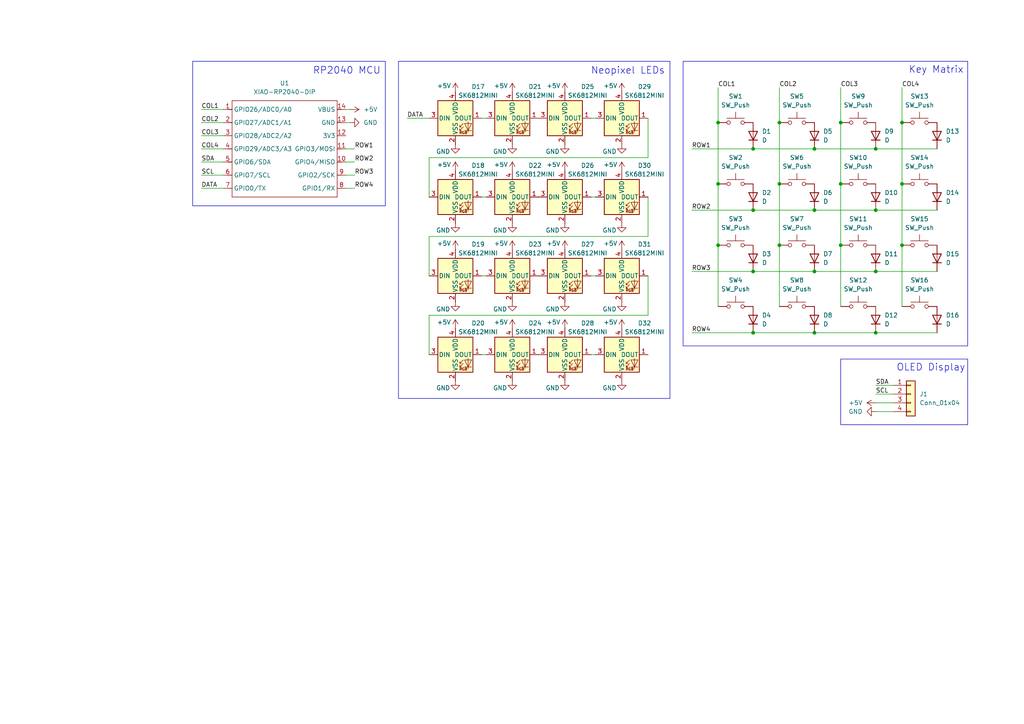
<source format=kicad_sch>
(kicad_sch (version 20231120) (generator "eeschema") (generator_version "8.0")
  (paper "A4")
  (title_block (title "colon3pad") (rev "v1.0"))
  (lib_symbols
    (symbol "Connector_Generic:Conn_01x04" (pin_names (offset 1.016) hide)
      (property "Reference" "J" (at 0 5.08 0))
      (property "Value" "Conn_01x04" (at 0 -7.62 0))
      (symbol "Conn_01x04_1_1"
        (rectangle (start -1.27 -4.953) (end 0 -5.207) (stroke (width 0.1524)))
        (rectangle (start -1.27 -2.413) (end 0 -2.667) (stroke (width 0.1524)))
        (rectangle (start -1.27 0.127) (end 0 -0.127) (stroke (width 0.1524)))
        (rectangle (start -1.27 2.667) (end 0 2.413) (stroke (width 0.1524)))
        (rectangle (start -1.27 3.81) (end 1.27 -6.35) (stroke (width 0.254)) (fill (type background)))
        (pin passive line (at -5.08 2.54 0) (length 3.81) (name "Pin_1") (number "1"))
        (pin passive line (at -5.08 0 0) (length 3.81) (name "Pin_2") (number "2"))
        (pin passive line (at -5.08 -2.54 0) (length 3.81) (name "Pin_3") (number "3"))
        (pin passive line (at -5.08 -5.08 0) (length 3.81) (name "Pin_4") (number "4"))
      )
    )
    (symbol "Diode:1N4148" (pin_numbers hide) (pin_names hide)
      (property "Reference" "D" (at 0 2.54 0))
      (property "Value" "1N4148" (at 0 -2.54 0))
      (symbol "1N4148_0_1"
        (polyline (pts (xy -1.27 1.27) (xy -1.27 -1.27)) (stroke (width 0.254)))
        (polyline (pts (xy 1.27 0) (xy -1.27 0)))
        (polyline (pts (xy 1.27 1.27) (xy 1.27 -1.27) (xy -1.27 0) (xy 1.27 1.27)) (stroke (width 0.254)))
      )
      (symbol "1N4148_1_1"
        (pin passive line (at -3.81 0 0) (length 2.54) (name "K") (number "1"))
        (pin passive line (at 3.81 0 180) (length 2.54) (name "A") (number "2"))
      )
    )
    (symbol "LED:SK6812MINI" (pin_names (offset 0.254))
      (property "Reference" "D" (at 5.08 5.715 0))
      (property "Value" "SK6812MINI" (at 1.27 -5.715 0))
      (symbol "SK6812MINI_0_0"
        (text "RGB" (at 2.286 -4.191 0) (effects (font (size 0.762 0.762))))
      )
      (symbol "SK6812MINI_0_1"
        (polyline (pts (xy 1.27 -3.556) (xy 1.778 -3.556)))
        (polyline (pts (xy 1.27 -2.54) (xy 1.778 -2.54)))
        (polyline (pts (xy 4.699 -3.556) (xy 2.667 -3.556)))
        (polyline (pts (xy 2.286 -2.54) (xy 1.27 -3.556) (xy 1.27 -3.048)))
        (polyline (pts (xy 2.286 -1.524) (xy 1.27 -2.54) (xy 1.27 -2.032)))
        (polyline (pts (xy 3.683 -1.016) (xy 3.683 -3.556) (xy 3.683 -4.064)))
        (polyline (pts (xy 4.699 -1.524) (xy 2.667 -1.524) (xy 3.683 -3.556) (xy 4.699 -1.524)))
        (rectangle (start 5.08 5.08) (end -5.08 -5.08) (stroke (width 0.254)) (fill (type background)))
      )
      (symbol "SK6812MINI_1_1"
        (pin output line (at 7.62 0 180) (length 2.54) (name "DOUT") (number "1"))
        (pin power_in line (at 0 -7.62 90) (length 2.54) (name "VSS") (number "2"))
        (pin input line (at -7.62 0 0) (length 2.54) (name "DIN") (number "3"))
        (pin power_in line (at 0 7.62 270) (length 2.54) (name "VDD") (number "4"))
      )
    )
    (symbol "OPL:XIAO-RP2040-DIP"
      (property "Reference" "U" (at 0 0 0))
      (property "Value" "XIAO-RP2040-DIP" (at 5.334 -1.778 0))
      (symbol "XIAO-RP2040-DIP_1_0"
        (polyline (pts (xy -1.27 -30.48) (xy -1.27 -16.51)) (stroke (width 0.1524)))
        (polyline (pts (xy -1.27 -27.94) (xy -2.54 -27.94)) (stroke (width 0.1524)))
        (polyline (pts (xy -1.27 -24.13) (xy -2.54 -24.13)) (stroke (width 0.1524)))
        (polyline (pts (xy -1.27 -20.32) (xy -2.54 -20.32)) (stroke (width 0.1524)))
        (polyline (pts (xy -1.27 -16.51) (xy -2.54 -16.51)) (stroke (width 0.1524)))
        (polyline (pts (xy -1.27 -16.51) (xy -1.27 -12.7)) (stroke (width 0.1524)))
        (polyline (pts (xy -1.27 -12.7) (xy -2.54 -12.7)) (stroke (width 0.1524)))
        (polyline (pts (xy -1.27 -12.7) (xy -1.27 -8.89)) (stroke (width 0.1524)))
        (polyline (pts (xy -1.27 -8.89) (xy -2.54 -8.89)) (stroke (width 0.1524)))
        (polyline (pts (xy -1.27 -8.89) (xy -1.27 -5.08)) (stroke (width 0.1524)))
        (polyline (pts (xy -1.27 -5.08) (xy -2.54 -5.08)) (stroke (width 0.1524)))
        (polyline (pts (xy -1.27 -5.08) (xy -1.27 -2.54)) (stroke (width 0.1524)))
        (polyline (pts (xy -1.27 -2.54) (xy 29.21 -2.54)) (stroke (width 0.1524)))
        (polyline (pts (xy 29.21 -30.48) (xy -1.27 -30.48)) (stroke (width 0.1524)))
        (polyline (pts (xy 29.21 -12.7) (xy 29.21 -30.48)) (stroke (width 0.1524)))
        (polyline (pts (xy 29.21 -8.89) (xy 29.21 -12.7)) (stroke (width 0.1524)))
        (polyline (pts (xy 29.21 -5.08) (xy 29.21 -8.89)) (stroke (width 0.1524)))
        (polyline (pts (xy 29.21 -2.54) (xy 29.21 -5.08)) (stroke (width 0.1524)))
        (polyline (pts (xy 30.48 -27.94) (xy 29.21 -27.94)) (stroke (width 0.1524)))
        (polyline (pts (xy 30.48 -24.13) (xy 29.21 -24.13)) (stroke (width 0.1524)))
        (polyline (pts (xy 30.48 -20.32) (xy 29.21 -20.32)) (stroke (width 0.1524)))
        (polyline (pts (xy 30.48 -16.51) (xy 29.21 -16.51)) (stroke (width 0.1524)))
        (polyline (pts (xy 30.48 -12.7) (xy 29.21 -12.7)) (stroke (width 0.1524)))
        (polyline (pts (xy 30.48 -8.89) (xy 29.21 -8.89)) (stroke (width 0.1524)))
        (polyline (pts (xy 30.48 -5.08) (xy 29.21 -5.08)) (stroke (width 0.1524)))
        (pin passive line (at -3.81 -5.08 0) (length 2.54) (name "GPIO26/ADC0/A0") (number "1"))
        (pin passive line (at 31.75 -20.32 180) (length 2.54) (name "GPIO4/MISO") (number "10"))
        (pin passive line (at 31.75 -16.51 180) (length 2.54) (name "GPIO3/MOSI") (number "11"))
        (pin passive line (at 31.75 -12.7 180) (length 2.54) (name "3V3") (number "12"))
        (pin passive line (at 31.75 -8.89 180) (length 2.54) (name "GND") (number "13"))
        (pin passive line (at 31.75 -5.08 180) (length 2.54) (name "VBUS") (number "14"))
        (pin passive line (at -3.81 -8.89 0) (length 2.54) (name "GPIO27/ADC1/A1") (number "2"))
        (pin passive line (at -3.81 -12.7 0) (length 2.54) (name "GPIO28/ADC2/A2") (number "3"))
        (pin passive line (at -3.81 -16.51 0) (length 2.54) (name "GPIO29/ADC3/A3") (number "4"))
        (pin passive line (at -3.81 -20.32 0) (length 2.54) (name "GPIO6/SDA") (number "5"))
        (pin passive line (at -3.81 -24.13 0) (length 2.54) (name "GPIO7/SCL") (number "6"))
        (pin passive line (at -3.81 -27.94 0) (length 2.54) (name "GPIO0/TX") (number "7"))
        (pin passive line (at 31.75 -27.94 180) (length 2.54) (name "GPIO1/RX") (number "8"))
        (pin passive line (at 31.75 -24.13 180) (length 2.54) (name "GPIO2/SCK") (number "9"))
      )
    )
    (symbol "Switch:SW_Push" (pin_numbers hide) (pin_names (offset 1.016) hide)
      (property "Reference" "SW" (at 1.27 2.54 0))
      (property "Value" "SW_Push" (at 0 -1.524 0))
      (symbol "SW_Push_0_1"
        (circle (center -2.032 0) (radius 0.508))
        (polyline (pts (xy 0 1.27) (xy 0 3.048)))
        (polyline (pts (xy 2.54 1.27) (xy -2.54 1.27)))
        (circle (center 2.032 0) (radius 0.508))
        (pin passive line (at -5.08 0 0) (length 2.54) (name "1") (number "1"))
        (pin passive line (at 5.08 0 180) (length 2.54) (name "2") (number "2"))
      )
    )
    (symbol "power:+5V" (power) (pin_numbers hide) (pin_names (offset 0) hide)
      (property "Value" "+5V" (at 0 3.556 0))
      (symbol "+5V_0_1"
        (polyline (pts (xy -0.762 1.27) (xy 0 2.54)))
        (polyline (pts (xy 0 0) (xy 0 2.54)))
        (polyline (pts (xy 0 2.54) (xy 0.762 1.27)))
      )
      (symbol "+5V_1_1"
        (pin power_in line (at 0 0 90) (length 0) (name "~") (number "1"))
      )
    )
    (symbol "power:GND" (power) (pin_numbers hide) (pin_names (offset 0) hide)
      (property "Value" "GND" (at 0 -3.81 0))
      (symbol "GND_0_1"
        (polyline (pts (xy 0 0) (xy 0 -1.27) (xy 1.27 -1.27) (xy 0 -2.54) (xy -1.27 -1.27) (xy 0 -1.27)))
      )
      (symbol "GND_1_1"
        (pin power_in line (at 0 0 270) (length 0) (name "~") (number "1"))
      )
    )
  )
  (junction (at 254 60.96))
  (junction (at 218.44 78.74))
  (junction (at 208.28 53.34))
  (junction (at 236.22 43.18))
  (junction (at 208.28 71.12))
  (junction (at 226.06 71.12))
  (junction (at 218.44 96.52))
  (junction (at 208.28 35.56))
  (junction (at 261.62 71.12))
  (junction (at 243.84 71.12))
  (junction (at 254 43.18))
  (junction (at 218.44 60.96))
  (junction (at 254 78.74))
  (junction (at 236.22 60.96))
  (junction (at 243.84 53.34))
  (junction (at 218.44 43.18))
  (junction (at 261.62 53.34))
  (junction (at 226.06 35.56))
  (junction (at 261.62 35.56))
  (junction (at 236.22 96.52))
  (junction (at 236.22 78.74))
  (junction (at 226.06 53.34))
  (junction (at 243.84 35.56))
  (junction (at 254 96.52))
  (wire (pts (xy 140.97 80.01) (xy 139.7 80.01)))
  (wire (pts (xy 58.42 46.99) (xy 64.77 46.99)))
  (wire (pts (xy 208.28 25.4) (xy 208.28 35.56)))
  (wire (pts (xy 261.62 35.56) (xy 261.62 53.34)))
  (wire (pts (xy 243.84 25.4) (xy 243.84 35.56)))
  (wire (pts (xy 172.72 34.29) (xy 171.45 34.29)))
  (wire (pts (xy 140.97 34.29) (xy 139.7 34.29)))
  (wire (pts (xy 254 111.76) (xy 259.08 111.76)))
  (wire (pts (xy 218.44 43.18) (xy 236.22 43.18)))
  (wire (pts (xy 236.22 43.18) (xy 254 43.18)))
  (wire (pts (xy 187.96 34.29) (xy 187.96 45.72)))
  (wire (pts (xy 208.28 35.56) (xy 208.28 53.34)))
  (wire (pts (xy 100.33 50.8) (xy 102.87 50.8)))
  (wire (pts (xy 58.42 50.8) (xy 64.77 50.8)))
  (wire (pts (xy 58.42 35.56) (xy 64.77 35.56)))
  (wire (pts (xy 100.33 31.75) (xy 101.6 31.75)))
  (wire (pts (xy 236.22 96.52) (xy 254 96.52)))
  (wire (pts (xy 172.72 102.87) (xy 171.45 102.87)))
  (wire (pts (xy 187.96 68.58) (xy 124.46 68.58)))
  (wire (pts (xy 187.96 45.72) (xy 124.46 45.72)))
  (wire (pts (xy 100.33 46.99) (xy 102.87 46.99)))
  (wire (pts (xy 226.06 53.34) (xy 226.06 71.12)))
  (wire (pts (xy 187.96 91.44) (xy 124.46 91.44)))
  (wire (pts (xy 254 96.52) (xy 271.78 96.52)))
  (wire (pts (xy 140.97 57.15) (xy 139.7 57.15)))
  (wire (pts (xy 208.28 71.12) (xy 208.28 88.9)))
  (wire (pts (xy 124.46 91.44) (xy 124.46 102.87)))
  (wire (pts (xy 243.84 53.34) (xy 243.84 71.12)))
  (wire (pts (xy 124.46 45.72) (xy 124.46 57.15)))
  (wire (pts (xy 100.33 54.61) (xy 102.87 54.61)))
  (wire (pts (xy 254 78.74) (xy 271.78 78.74)))
  (wire (pts (xy 254 114.3) (xy 259.08 114.3)))
  (wire (pts (xy 58.42 43.18) (xy 64.77 43.18)))
  (wire (pts (xy 236.22 78.74) (xy 254 78.74)))
  (wire (pts (xy 261.62 53.34) (xy 261.62 71.12)))
  (wire (pts (xy 187.96 57.15) (xy 187.96 68.58)))
  (wire (pts (xy 118.11 34.29) (xy 124.46 34.29)))
  (wire (pts (xy 208.28 53.34) (xy 208.28 71.12)))
  (wire (pts (xy 200.66 96.52) (xy 218.44 96.52)))
  (wire (pts (xy 243.84 35.56) (xy 243.84 53.34)))
  (wire (pts (xy 218.44 60.96) (xy 236.22 60.96)))
  (wire (pts (xy 243.84 71.12) (xy 243.84 88.9)))
  (wire (pts (xy 254 116.84) (xy 259.08 116.84)))
  (wire (pts (xy 100.33 35.56) (xy 101.6 35.56)))
  (wire (pts (xy 226.06 35.56) (xy 226.06 53.34)))
  (wire (pts (xy 58.42 31.75) (xy 64.77 31.75)))
  (wire (pts (xy 58.42 39.37) (xy 64.77 39.37)))
  (wire (pts (xy 236.22 60.96) (xy 254 60.96)))
  (wire (pts (xy 261.62 71.12) (xy 261.62 88.9)))
  (wire (pts (xy 261.62 25.4) (xy 261.62 35.56)))
  (wire (pts (xy 254 119.38) (xy 259.08 119.38)))
  (wire (pts (xy 172.72 57.15) (xy 171.45 57.15)))
  (wire (pts (xy 140.97 102.87) (xy 139.7 102.87)))
  (wire (pts (xy 200.66 60.96) (xy 218.44 60.96)))
  (wire (pts (xy 218.44 78.74) (xy 236.22 78.74)))
  (wire (pts (xy 200.66 43.18) (xy 218.44 43.18)))
  (wire (pts (xy 254 60.96) (xy 271.78 60.96)))
  (wire (pts (xy 200.66 78.74) (xy 218.44 78.74)))
  (wire (pts (xy 187.96 80.01) (xy 187.96 91.44)))
  (wire (pts (xy 100.33 43.18) (xy 102.87 43.18)))
  (wire (pts (xy 124.46 68.58) (xy 124.46 80.01)))
  (wire (pts (xy 58.42 54.61) (xy 64.77 54.61)))
  (wire (pts (xy 218.44 96.52) (xy 236.22 96.52)))
  (wire (pts (xy 254 43.18) (xy 271.78 43.18)))
  (wire (pts (xy 172.72 80.01) (xy 171.45 80.01)))
  (wire (pts (xy 226.06 25.4) (xy 226.06 35.56)))
  (wire (pts (xy 226.06 71.12) (xy 226.06 88.9)))
  (rectangle (start 115.57 17.78) (end 194.31 115.57))
  (rectangle (start 55.88 17.78) (end 111.76 59.69))
  (rectangle (start 243.84 104.14) (end 280.67 123.19))
  (rectangle (start 198.12 17.78) (end 280.67 100.33))
  (text "OLED Display\n" (at 270.002 106.68 0) (effects (font (size 2 2))))
  (text "Neopixel LEDs" (at 182.118 20.574 0) (effects (font (size 2 2))))
  (text "Key Matrix" (at 271.526 20.32 0) (effects (font (size 2 2))))
  (text "RP2040 MCU\n" (at 100.584 20.574 0) (effects (font (size 2 2))))
  (label "ROW1" (at 102.87 43.18 0))
  (label "SCL" (at 254 114.3 0))
  (label "COL1" (at 208.28 25.4 0))
  (label "COL4" (at 261.62 25.4 0))
  (label "ROW2" (at 200.66 60.96 0))
  (label "ROW4" (at 102.87 54.61 0))
  (label "DATA" (at 118.11 34.29 0))
  (label "ROW1" (at 200.66 43.18 0))
  (label "COL4" (at 58.42 43.18 0))
  (label "SDA" (at 254 111.76 0))
  (label "SCL" (at 58.42 50.8 0))
  (label "ROW4" (at 200.66 96.52 0))
  (label "COL3" (at 58.42 39.37 0))
  (label "DATA" (at 58.42 54.61 0))
  (label "ROW3" (at 200.66 78.74 0))
  (label "ROW2" (at 102.87 46.99 0))
  (label "COL1" (at 58.42 31.75 0))
  (label "COL2" (at 226.06 25.4 0))
  (label "COL2" (at 58.42 35.56 0))
  (label "SDA" (at 58.42 46.99 0))
  (label "COL3" (at 243.84 25.4 0))
  (label "ROW3" (at 102.87 50.8 0))
  (symbol (lib_id "power:+5V") (at 163.83 49.53 0) (unit 1)
    (property "Reference" "#PWR017" (effects (hide yes)))
    (property "Value" "+5V" (at 160.528 47.752 0))
    (property "Description" "Power symbol creates a global label with name \"+5V\"" (effects (hide yes)))
  )
  (symbol (lib_id "power:+5V") (at 180.34 72.39 0) (unit 1)
    (property "Reference" "#PWR027" (effects (hide yes)))
    (property "Value" "+5V" (at 177.038 70.612 0))
    (property "Description" "Power symbol creates a global label with name \"+5V\"" (effects (hide yes)))
  )
  (symbol (lib_id "Diode:1N4148") (at 236.22 74.93 90) (unit 1)
    (property "Reference" "D7" (at 238.76 73.6599 90) (effects (justify right)))
    (property "Value" "D" (at 238.76 76.1999 90) (effects (justify right)))
    (property "Footprint" "Diode_THT:D_DO-35_SOD27_P7.62mm_Horizontal" (effects (hide yes)))
    (property "Datasheet" "https://assets.nexperia.com/documents/data-sheet/1N4148_1N4448.pdf" (effects (hide yes)))
    (property "Description" "100V 0.15A standard switching diode, DO-35" (effects (hide yes)))
    (property "Sim.Device" "D" (effects (hide yes)))
    (property "Sim.Pins" "1=K 2=A" (effects (hide yes)))
  )
  (symbol (lib_id "LED:SK6812MINI") (at 148.59 34.29 0) (unit 1)
    (property "Reference" "D21" (at 155.194 25.146 0))
    (property "Value" "SK6812MINI" (at 155.194 27.686 0))
    (property "Footprint" "Keebio-Parts:SK6812-MINI-E" (effects (hide yes)))
    (property "Datasheet" "https://cdn-shop.adafruit.com/product-files/2686/SK6812MINI_REV.01-1-2.pdf" (effects (hide yes)))
    (property "Description" "RGB LED with integrated controller" (effects (hide yes)))
  )
  (symbol (lib_id "Diode:1N4148") (at 254 57.15 90) (unit 1)
    (property "Reference" "D10" (at 256.54 55.8799 90) (effects (justify right)))
    (property "Value" "D" (at 256.54 58.4199 90) (effects (justify right)))
    (property "Footprint" "Diode_THT:D_DO-35_SOD27_P7.62mm_Horizontal" (effects (hide yes)))
    (property "Datasheet" "https://assets.nexperia.com/documents/data-sheet/1N4148_1N4448.pdf" (effects (hide yes)))
    (property "Description" "100V 0.15A standard switching diode, DO-35" (effects (hide yes)))
    (property "Sim.Device" "D" (effects (hide yes)))
    (property "Sim.Pins" "1=K 2=A" (effects (hide yes)))
  )
  (symbol (lib_id "power:+5V") (at 180.34 26.67 0) (unit 1)
    (property "Reference" "#PWR011" (effects (hide yes)))
    (property "Value" "+5V" (at 177.038 24.892 0))
    (property "Description" "Power symbol creates a global label with name \"+5V\"" (effects (hide yes)))
  )
  (symbol (lib_id "Switch:SW_Push") (at 213.36 88.9 0) (unit 1)
    (property "Reference" "SW4" (at 213.36 81.28 0))
    (property "Value" "SW_Push" (at 213.36 83.82 0))
    (property "Footprint" "Switch_Keyboard_Kailh:SW_Kailh_Choc_V2_1.00u" (effects (hide yes)))
    (property "Description" "Push button switch, generic, two pins" (effects (hide yes)))
  )
  (symbol (lib_id "Diode:1N4148") (at 254 74.93 90) (unit 1)
    (property "Reference" "D11" (at 256.54 73.6599 90) (effects (justify right)))
    (property "Value" "D" (at 256.54 76.1999 90) (effects (justify right)))
    (property "Footprint" "Diode_THT:D_DO-35_SOD27_P7.62mm_Horizontal" (effects (hide yes)))
    (property "Datasheet" "https://assets.nexperia.com/documents/data-sheet/1N4148_1N4448.pdf" (effects (hide yes)))
    (property "Description" "100V 0.15A standard switching diode, DO-35" (effects (hide yes)))
    (property "Sim.Device" "D" (effects (hide yes)))
    (property "Sim.Pins" "1=K 2=A" (effects (hide yes)))
  )
  (symbol (lib_id "Switch:SW_Push") (at 213.36 35.56 0) (unit 1)
    (property "Reference" "SW1" (at 213.36 27.94 0))
    (property "Value" "SW_Push" (at 213.36 30.48 0))
    (property "Footprint" "Switch_Keyboard_Kailh:SW_Kailh_Choc_V2_1.00u" (effects (hide yes)))
    (property "Description" "Push button switch, generic, two pins" (effects (hide yes)))
  )
  (symbol (lib_id "Diode:1N4148") (at 271.78 57.15 90) (unit 1)
    (property "Reference" "D14" (at 274.32 55.8799 90) (effects (justify right)))
    (property "Value" "D" (at 274.32 58.4199 90) (effects (justify right)))
    (property "Footprint" "Diode_THT:D_DO-35_SOD27_P7.62mm_Horizontal" (effects (hide yes)))
    (property "Datasheet" "https://assets.nexperia.com/documents/data-sheet/1N4148_1N4448.pdf" (effects (hide yes)))
    (property "Description" "100V 0.15A standard switching diode, DO-35" (effects (hide yes)))
    (property "Sim.Device" "D" (effects (hide yes)))
    (property "Sim.Pins" "1=K 2=A" (effects (hide yes)))
  )
  (symbol (lib_id "Switch:SW_Push") (at 213.36 53.34 0) (unit 1)
    (property "Reference" "SW2" (at 213.36 45.72 0))
    (property "Value" "SW_Push" (at 213.36 48.26 0))
    (property "Footprint" "Switch_Keyboard_Kailh:SW_Kailh_Choc_V2_1.00u" (effects (hide yes)))
    (property "Description" "Push button switch, generic, two pins" (effects (hide yes)))
  )
  (symbol (lib_id "power:GND") (at 163.83 41.91 0) (unit 1)
    (property "Reference" "#PWR010" (effects (hide yes)))
    (property "Value" "GND" (at 160.274 43.942 0))
    (property "Description" "Power symbol creates a global label with name \"GND\" , ground" (effects (hide yes)))
  )
  (symbol (lib_id "OPL:XIAO-RP2040-DIP") (at 68.58 26.67 0) (unit 1)
    (property "Reference" "U1" (at 82.55 24.13 0))
    (property "Value" "XIAO-RP2040-DIP" (at 82.55 26.67 0))
    (property "Footprint" "OPL:XIAO-RP2040-DIP" (effects (hide yes)))
  )
  (symbol (lib_id "power:GND") (at 180.34 64.77 0) (unit 1)
    (property "Reference" "#PWR020" (effects (hide yes)))
    (property "Value" "GND" (at 176.784 66.802 0))
    (property "Description" "Power symbol creates a global label with name \"GND\" , ground" (effects (hide yes)))
  )
  (symbol (lib_id "LED:SK6812MINI") (at 163.83 80.01 0) (unit 1)
    (property "Reference" "D27" (at 170.434 70.866 0))
    (property "Value" "SK6812MINI" (at 170.434 73.406 0))
    (property "Footprint" "Keebio-Parts:SK6812-MINI-E" (effects (hide yes)))
    (property "Datasheet" "https://cdn-shop.adafruit.com/product-files/2686/SK6812MINI_REV.01-1-2.pdf" (effects (hide yes)))
    (property "Description" "RGB LED with integrated controller" (effects (hide yes)))
  )
  (symbol (lib_id "LED:SK6812MINI") (at 132.08 34.29 0) (unit 1)
    (property "Reference" "D17" (at 138.684 25.146 0))
    (property "Value" "SK6812MINI" (at 138.684 27.686 0))
    (property "Footprint" "Keebio-Parts:SK6812-MINI-E" (effects (hide yes)))
    (property "Datasheet" "https://cdn-shop.adafruit.com/product-files/2686/SK6812MINI_REV.01-1-2.pdf" (effects (hide yes)))
    (property "Description" "RGB LED with integrated controller" (effects (hide yes)))
  )
  (symbol (lib_id "LED:SK6812MINI") (at 132.08 102.87 0) (unit 1)
    (property "Reference" "D20" (at 138.684 93.726 0))
    (property "Value" "SK6812MINI" (at 138.684 96.266 0))
    (property "Footprint" "Keebio-Parts:SK6812-MINI-E" (effects (hide yes)))
    (property "Datasheet" "https://cdn-shop.adafruit.com/product-files/2686/SK6812MINI_REV.01-1-2.pdf" (effects (hide yes)))
    (property "Description" "RGB LED with integrated controller" (effects (hide yes)))
  )
  (symbol (lib_id "Diode:1N4148") (at 271.78 39.37 90) (unit 1)
    (property "Reference" "D13" (at 274.32 38.0999 90) (effects (justify right)))
    (property "Value" "D" (at 274.32 40.6399 90) (effects (justify right)))
    (property "Footprint" "Diode_THT:D_DO-35_SOD27_P7.62mm_Horizontal" (effects (hide yes)))
    (property "Datasheet" "https://assets.nexperia.com/documents/data-sheet/1N4148_1N4448.pdf" (effects (hide yes)))
    (property "Description" "100V 0.15A standard switching diode, DO-35" (effects (hide yes)))
    (property "Sim.Device" "D" (effects (hide yes)))
    (property "Sim.Pins" "1=K 2=A" (effects (hide yes)))
  )
  (symbol (lib_id "power:+5V") (at 254 116.84 90) (unit 1)
    (property "Reference" "#PWR04" (effects (hide yes)))
    (property "Value" "+5V" (at 250.19 116.8399 90) (effects (justify left)))
    (property "Description" "Power symbol creates a global label with name \"+5V\"" (effects (hide yes)))
  )
  (symbol (lib_id "Switch:SW_Push") (at 266.7 35.56 0) (unit 1)
    (property "Reference" "SW13" (at 266.7 27.94 0))
    (property "Value" "SW_Push" (at 266.7 30.48 0))
    (property "Footprint" "Switch_Keyboard_Kailh:SW_Kailh_Choc_V2_1.00u" (effects (hide yes)))
    (property "Description" "Push button switch, generic, two pins" (effects (hide yes)))
  )
  (symbol (lib_id "LED:SK6812MINI") (at 163.83 34.29 0) (unit 1)
    (property "Reference" "D25" (at 170.434 25.146 0))
    (property "Value" "SK6812MINI" (at 170.434 27.686 0))
    (property "Footprint" "Keebio-Parts:SK6812-MINI-E" (effects (hide yes)))
    (property "Datasheet" "https://cdn-shop.adafruit.com/product-files/2686/SK6812MINI_REV.01-1-2.pdf" (effects (hide yes)))
    (property "Description" "RGB LED with integrated controller" (effects (hide yes)))
  )
  (symbol (lib_id "power:GND") (at 163.83 87.63 0) (unit 1)
    (property "Reference" "#PWR026" (effects (hide yes)))
    (property "Value" "GND" (at 160.274 89.662 0))
    (property "Description" "Power symbol creates a global label with name \"GND\" , ground" (effects (hide yes)))
  )
  (symbol (lib_id "LED:SK6812MINI") (at 148.59 102.87 0) (unit 1)
    (property "Reference" "D24" (at 155.194 93.726 0))
    (property "Value" "SK6812MINI" (at 155.194 96.266 0))
    (property "Footprint" "Keebio-Parts:SK6812-MINI-E" (effects (hide yes)))
    (property "Datasheet" "https://cdn-shop.adafruit.com/product-files/2686/SK6812MINI_REV.01-1-2.pdf" (effects (hide yes)))
    (property "Description" "RGB LED with integrated controller" (effects (hide yes)))
  )
  (symbol (lib_id "LED:SK6812MINI") (at 132.08 80.01 0) (unit 1)
    (property "Reference" "D19" (at 138.684 70.866 0))
    (property "Value" "SK6812MINI" (at 138.684 73.406 0))
    (property "Footprint" "Keebio-Parts:SK6812-MINI-E" (effects (hide yes)))
    (property "Datasheet" "https://cdn-shop.adafruit.com/product-files/2686/SK6812MINI_REV.01-1-2.pdf" (effects (hide yes)))
    (property "Description" "RGB LED with integrated controller" (effects (hide yes)))
  )
  (symbol (lib_id "Diode:1N4148") (at 271.78 74.93 90) (unit 1)
    (property "Reference" "D15" (at 274.32 73.6599 90) (effects (justify right)))
    (property "Value" "D" (at 274.32 76.1999 90) (effects (justify right)))
    (property "Footprint" "Diode_THT:D_DO-35_SOD27_P7.62mm_Horizontal" (effects (hide yes)))
    (property "Datasheet" "https://assets.nexperia.com/documents/data-sheet/1N4148_1N4448.pdf" (effects (hide yes)))
    (property "Description" "100V 0.15A standard switching diode, DO-35" (effects (hide yes)))
    (property "Sim.Device" "D" (effects (hide yes)))
    (property "Sim.Pins" "1=K 2=A" (effects (hide yes)))
  )
  (symbol (lib_id "power:+5V") (at 148.59 49.53 0) (unit 1)
    (property "Reference" "#PWR015" (effects (hide yes)))
    (property "Value" "+5V" (at 145.288 47.752 0))
    (property "Description" "Power symbol creates a global label with name \"+5V\"" (effects (hide yes)))
  )
  (symbol (lib_id "Switch:SW_Push") (at 231.14 88.9 0) (unit 1)
    (property "Reference" "SW8" (at 231.14 81.28 0))
    (property "Value" "SW_Push" (at 231.14 83.82 0))
    (property "Footprint" "Switch_Keyboard_Kailh:SW_Kailh_Choc_V2_1.00u" (effects (hide yes)))
    (property "Description" "Push button switch, generic, two pins" (effects (hide yes)))
  )
  (symbol (lib_id "Diode:1N4148") (at 218.44 57.15 90) (unit 1)
    (property "Reference" "D2" (at 220.98 55.8799 90) (effects (justify right)))
    (property "Value" "D" (at 220.98 58.4199 90) (effects (justify right)))
    (property "Footprint" "Diode_THT:D_DO-35_SOD27_P7.62mm_Horizontal" (effects (hide yes)))
    (property "Datasheet" "https://assets.nexperia.com/documents/data-sheet/1N4148_1N4448.pdf" (effects (hide yes)))
    (property "Description" "100V 0.15A standard switching diode, DO-35" (effects (hide yes)))
    (property "Sim.Device" "D" (effects (hide yes)))
    (property "Sim.Pins" "1=K 2=A" (effects (hide yes)))
  )
  (symbol (lib_id "Switch:SW_Push") (at 248.92 53.34 0) (unit 1)
    (property "Reference" "SW10" (at 248.92 45.72 0))
    (property "Value" "SW_Push" (at 248.92 48.26 0))
    (property "Footprint" "Switch_Keyboard_Kailh:SW_Kailh_Choc_V2_1.00u" (effects (hide yes)))
    (property "Description" "Push button switch, generic, two pins" (effects (hide yes)))
  )
  (symbol (lib_id "power:GND") (at 148.59 87.63 0) (unit 1)
    (property "Reference" "#PWR024" (effects (hide yes)))
    (property "Value" "GND" (at 145.034 89.662 0))
    (property "Description" "Power symbol creates a global label with name \"GND\" , ground" (effects (hide yes)))
  )
  (symbol (lib_id "power:GND") (at 180.34 41.91 0) (unit 1)
    (property "Reference" "#PWR012" (effects (hide yes)))
    (property "Value" "GND" (at 176.784 43.942 0))
    (property "Description" "Power symbol creates a global label with name \"GND\" , ground" (effects (hide yes)))
  )
  (symbol (lib_id "LED:SK6812MINI") (at 132.08 57.15 0) (unit 1)
    (property "Reference" "D18" (at 138.684 48.006 0))
    (property "Value" "SK6812MINI" (at 138.684 50.546 0))
    (property "Footprint" "Keebio-Parts:SK6812-MINI-E" (effects (hide yes)))
    (property "Datasheet" "https://cdn-shop.adafruit.com/product-files/2686/SK6812MINI_REV.01-1-2.pdf" (effects (hide yes)))
    (property "Description" "RGB LED with integrated controller" (effects (hide yes)))
  )
  (symbol (lib_id "LED:SK6812MINI") (at 180.34 102.87 0) (unit 1)
    (property "Reference" "D32" (at 186.944 93.726 0))
    (property "Value" "SK6812MINI" (at 186.944 96.266 0))
    (property "Footprint" "Keebio-Parts:SK6812-MINI-E" (effects (hide yes)))
    (property "Datasheet" "https://cdn-shop.adafruit.com/product-files/2686/SK6812MINI_REV.01-1-2.pdf" (effects (hide yes)))
    (property "Description" "RGB LED with integrated controller" (effects (hide yes)))
  )
  (symbol (lib_id "power:GND") (at 101.6 35.56 90) (unit 1)
    (property "Reference" "#PWR02" (effects (hide yes)))
    (property "Value" "GND" (at 105.41 35.5599 90) (effects (justify right)))
    (property "Description" "Power symbol creates a global label with name \"GND\" , ground" (effects (hide yes)))
  )
  (symbol (lib_id "power:GND") (at 180.34 110.49 0) (unit 1)
    (property "Reference" "#PWR036" (effects (hide yes)))
    (property "Value" "GND" (at 176.784 112.522 0))
    (property "Description" "Power symbol creates a global label with name \"GND\" , ground" (effects (hide yes)))
  )
  (symbol (lib_id "Switch:SW_Push") (at 231.14 35.56 0) (unit 1)
    (property "Reference" "SW5" (at 231.14 27.94 0))
    (property "Value" "SW_Push" (at 231.14 30.48 0))
    (property "Footprint" "Switch_Keyboard_Kailh:SW_Kailh_Choc_V2_1.00u" (effects (hide yes)))
    (property "Description" "Push button switch, generic, two pins" (effects (hide yes)))
  )
  (symbol (lib_id "power:+5V") (at 163.83 95.25 0) (unit 1)
    (property "Reference" "#PWR033" (effects (hide yes)))
    (property "Value" "+5V" (at 160.528 93.472 0))
    (property "Description" "Power symbol creates a global label with name \"+5V\"" (effects (hide yes)))
  )
  (symbol (lib_id "Diode:1N4148") (at 218.44 39.37 90) (unit 1)
    (property "Reference" "D1" (at 220.98 38.0999 90) (effects (justify right)))
    (property "Value" "D" (at 220.98 40.6399 90) (effects (justify right)))
    (property "Footprint" "Diode_THT:D_DO-35_SOD27_P7.62mm_Horizontal" (effects (hide yes)))
    (property "Datasheet" "https://assets.nexperia.com/documents/data-sheet/1N4148_1N4448.pdf" (effects (hide yes)))
    (property "Description" "100V 0.15A standard switching diode, DO-35" (effects (hide yes)))
    (property "Sim.Device" "D" (effects (hide yes)))
    (property "Sim.Pins" "1=K 2=A" (effects (hide yes)))
  )
  (symbol (lib_id "Switch:SW_Push") (at 266.7 71.12 0) (unit 1)
    (property "Reference" "SW15" (at 266.7 63.5 0))
    (property "Value" "SW_Push" (at 266.7 66.04 0))
    (property "Footprint" "Switch_Keyboard_Kailh:SW_Kailh_Choc_V2_1.00u" (effects (hide yes)))
    (property "Description" "Push button switch, generic, two pins" (effects (hide yes)))
  )
  (symbol (lib_id "Switch:SW_Push") (at 231.14 53.34 0) (unit 1)
    (property "Reference" "SW6" (at 231.14 45.72 0))
    (property "Value" "SW_Push" (at 231.14 48.26 0))
    (property "Footprint" "Switch_Keyboard_Kailh:SW_Kailh_Choc_V2_1.00u" (effects (hide yes)))
    (property "Description" "Push button switch, generic, two pins" (effects (hide yes)))
  )
  (symbol (lib_id "LED:SK6812MINI") (at 180.34 80.01 0) (unit 1)
    (property "Reference" "D31" (at 186.944 70.866 0))
    (property "Value" "SK6812MINI" (at 186.944 73.406 0))
    (property "Footprint" "Keebio-Parts:SK6812-MINI-E" (effects (hide yes)))
    (property "Datasheet" "https://cdn-shop.adafruit.com/product-files/2686/SK6812MINI_REV.01-1-2.pdf" (effects (hide yes)))
    (property "Description" "RGB LED with integrated controller" (effects (hide yes)))
  )
  (symbol (lib_id "power:+5V") (at 163.83 26.67 0) (unit 1)
    (property "Reference" "#PWR08" (effects (hide yes)))
    (property "Value" "+5V" (at 160.528 24.892 0))
    (property "Description" "Power symbol creates a global label with name \"+5V\"" (effects (hide yes)))
  )
  (symbol (lib_id "Diode:1N4148") (at 254 39.37 90) (unit 1)
    (property "Reference" "D9" (at 256.54 38.0999 90) (effects (justify right)))
    (property "Value" "D" (at 256.54 40.6399 90) (effects (justify right)))
    (property "Footprint" "Diode_THT:D_DO-35_SOD27_P7.62mm_Horizontal" (effects (hide yes)))
    (property "Datasheet" "https://assets.nexperia.com/documents/data-sheet/1N4148_1N4448.pdf" (effects (hide yes)))
    (property "Description" "100V 0.15A standard switching diode, DO-35" (effects (hide yes)))
    (property "Sim.Device" "D" (effects (hide yes)))
    (property "Sim.Pins" "1=K 2=A" (effects (hide yes)))
  )
  (symbol (lib_id "power:GND") (at 163.83 110.49 0) (unit 1)
    (property "Reference" "#PWR034" (effects (hide yes)))
    (property "Value" "GND" (at 160.274 112.522 0))
    (property "Description" "Power symbol creates a global label with name \"GND\" , ground" (effects (hide yes)))
  )
  (symbol (lib_id "LED:SK6812MINI") (at 180.34 57.15 0) (unit 1)
    (property "Reference" "D30" (at 186.944 48.006 0))
    (property "Value" "SK6812MINI" (at 186.944 50.546 0))
    (property "Footprint" "Keebio-Parts:SK6812-MINI-E" (effects (hide yes)))
    (property "Datasheet" "https://cdn-shop.adafruit.com/product-files/2686/SK6812MINI_REV.01-1-2.pdf" (effects (hide yes)))
    (property "Description" "RGB LED with integrated controller" (effects (hide yes)))
  )
  (symbol (lib_id "LED:SK6812MINI") (at 180.34 34.29 0) (unit 1)
    (property "Reference" "D29" (at 186.944 25.146 0))
    (property "Value" "SK6812MINI" (at 186.944 27.686 0))
    (property "Footprint" "Keebio-Parts:SK6812-MINI-E" (effects (hide yes)))
    (property "Datasheet" "https://cdn-shop.adafruit.com/product-files/2686/SK6812MINI_REV.01-1-2.pdf" (effects (hide yes)))
    (property "Description" "RGB LED with integrated controller" (effects (hide yes)))
  )
  (symbol (lib_id "power:+5V") (at 148.59 72.39 0) (unit 1)
    (property "Reference" "#PWR023" (effects (hide yes)))
    (property "Value" "+5V" (at 145.288 70.612 0))
    (property "Description" "Power symbol creates a global label with name \"+5V\"" (effects (hide yes)))
  )
  (symbol (lib_id "Connector_Generic:Conn_01x04") (at 264.16 114.3 0) (unit 1)
    (property "Reference" "J1" (at 266.7 114.2999 0) (effects (justify left)))
    (property "Value" "Conn_01x04" (at 266.7 116.8399 0) (effects (justify left)))
    (property "Footprint" "KiCad-SSD1306-0.91-OLED-4pin-128x32:SSD1306-0.91-OLED-4pin-128x32" (effects (hide yes)))
    (property "Description" "Generic connector, single row, 01x04, script generated (kicad-library-utils/schlib/autogen/connector/)" (effects (hide yes)))
  )
  (symbol (lib_id "Switch:SW_Push") (at 213.36 71.12 0) (unit 1)
    (property "Reference" "SW3" (at 213.36 63.5 0))
    (property "Value" "SW_Push" (at 213.36 66.04 0))
    (property "Footprint" "Switch_Keyboard_Kailh:SW_Kailh_Choc_V2_1.00u" (effects (hide yes)))
    (property "Description" "Push button switch, generic, two pins" (effects (hide yes)))
  )
  (symbol (lib_id "power:GND") (at 132.08 87.63 0) (unit 1)
    (property "Reference" "#PWR022" (effects (hide yes)))
    (property "Value" "GND" (at 128.524 89.662 0))
    (property "Description" "Power symbol creates a global label with name \"GND\" , ground" (effects (hide yes)))
  )
  (symbol (lib_id "power:GND") (at 180.34 87.63 0) (unit 1)
    (property "Reference" "#PWR028" (effects (hide yes)))
    (property "Value" "GND" (at 176.784 89.662 0))
    (property "Description" "Power symbol creates a global label with name \"GND\" , ground" (effects (hide yes)))
  )
  (symbol (lib_id "power:+5V") (at 132.08 95.25 0) (unit 1)
    (property "Reference" "#PWR029" (effects (hide yes)))
    (property "Value" "+5V" (at 128.778 93.472 0))
    (property "Description" "Power symbol creates a global label with name \"+5V\"" (effects (hide yes)))
  )
  (symbol (lib_id "Diode:1N4148") (at 236.22 39.37 90) (unit 1)
    (property "Reference" "D5" (at 238.76 38.0999 90) (effects (justify right)))
    (property "Value" "D" (at 238.76 40.6399 90) (effects (justify right)))
    (property "Footprint" "Diode_THT:D_DO-35_SOD27_P7.62mm_Horizontal" (effects (hide yes)))
    (property "Datasheet" "https://assets.nexperia.com/documents/data-sheet/1N4148_1N4448.pdf" (effects (hide yes)))
    (property "Description" "100V 0.15A standard switching diode, DO-35" (effects (hide yes)))
    (property "Sim.Device" "D" (effects (hide yes)))
    (property "Sim.Pins" "1=K 2=A" (effects (hide yes)))
  )
  (symbol (lib_id "power:+5V") (at 148.59 95.25 0) (unit 1)
    (property "Reference" "#PWR031" (effects (hide yes)))
    (property "Value" "+5V" (at 145.288 93.472 0))
    (property "Description" "Power symbol creates a global label with name \"+5V\"" (effects (hide yes)))
  )
  (symbol (lib_id "LED:SK6812MINI") (at 163.83 102.87 0) (unit 1)
    (property "Reference" "D28" (at 170.434 93.726 0))
    (property "Value" "SK6812MINI" (at 170.434 96.266 0))
    (property "Footprint" "Keebio-Parts:SK6812-MINI-E" (effects (hide yes)))
    (property "Datasheet" "https://cdn-shop.adafruit.com/product-files/2686/SK6812MINI_REV.01-1-2.pdf" (effects (hide yes)))
    (property "Description" "RGB LED with integrated controller" (effects (hide yes)))
  )
  (symbol (lib_id "power:GND") (at 163.83 64.77 0) (unit 1)
    (property "Reference" "#PWR018" (effects (hide yes)))
    (property "Value" "GND" (at 160.274 66.802 0))
    (property "Description" "Power symbol creates a global label with name \"GND\" , ground" (effects (hide yes)))
  )
  (symbol (lib_id "Diode:1N4148") (at 236.22 57.15 90) (unit 1)
    (property "Reference" "D6" (at 238.76 55.8799 90) (effects (justify right)))
    (property "Value" "D" (at 238.76 58.4199 90) (effects (justify right)))
    (property "Footprint" "Diode_THT:D_DO-35_SOD27_P7.62mm_Horizontal" (effects (hide yes)))
    (property "Datasheet" "https://assets.nexperia.com/documents/data-sheet/1N4148_1N4448.pdf" (effects (hide yes)))
    (property "Description" "100V 0.15A standard switching diode, DO-35" (effects (hide yes)))
    (property "Sim.Device" "D" (effects (hide yes)))
    (property "Sim.Pins" "1=K 2=A" (effects (hide yes)))
  )
  (symbol (lib_id "Switch:SW_Push") (at 231.14 71.12 0) (unit 1)
    (property "Reference" "SW7" (at 231.14 63.5 0))
    (property "Value" "SW_Push" (at 231.14 66.04 0))
    (property "Footprint" "Switch_Keyboard_Kailh:SW_Kailh_Choc_V2_1.00u" (effects (hide yes)))
    (property "Description" "Push button switch, generic, two pins" (effects (hide yes)))
  )
  (symbol (lib_id "power:+5V") (at 132.08 49.53 0) (unit 1)
    (property "Reference" "#PWR013" (effects (hide yes)))
    (property "Value" "+5V" (at 128.778 47.752 0))
    (property "Description" "Power symbol creates a global label with name \"+5V\"" (effects (hide yes)))
  )
  (symbol (lib_id "Switch:SW_Push") (at 248.92 88.9 0) (unit 1)
    (property "Reference" "SW12" (at 248.92 81.28 0))
    (property "Value" "SW_Push" (at 248.92 83.82 0))
    (property "Footprint" "Switch_Keyboard_Kailh:SW_Kailh_Choc_V2_1.00u" (effects (hide yes)))
    (property "Description" "Push button switch, generic, two pins" (effects (hide yes)))
  )
  (symbol (lib_id "power:GND") (at 254 119.38 270) (unit 1)
    (property "Reference" "#PWR03" (effects (hide yes)))
    (property "Value" "GND" (at 250.19 119.3799 90) (effects (justify right)))
    (property "Description" "Power symbol creates a global label with name \"GND\" , ground" (effects (hide yes)))
  )
  (symbol (lib_id "LED:SK6812MINI") (at 163.83 57.15 0) (unit 1)
    (property "Reference" "D26" (at 170.434 48.006 0))
    (property "Value" "SK6812MINI" (at 170.434 50.546 0))
    (property "Footprint" "Keebio-Parts:SK6812-MINI-E" (effects (hide yes)))
    (property "Datasheet" "https://cdn-shop.adafruit.com/product-files/2686/SK6812MINI_REV.01-1-2.pdf" (effects (hide yes)))
    (property "Description" "RGB LED with integrated controller" (effects (hide yes)))
  )
  (symbol (lib_id "Switch:SW_Push") (at 248.92 71.12 0) (unit 1)
    (property "Reference" "SW11" (at 248.92 63.5 0))
    (property "Value" "SW_Push" (at 248.92 66.04 0))
    (property "Footprint" "Switch_Keyboard_Kailh:SW_Kailh_Choc_V2_1.00u" (effects (hide yes)))
    (property "Description" "Push button switch, generic, two pins" (effects (hide yes)))
  )
  (symbol (lib_id "power:+5V") (at 101.6 31.75 270) (unit 1)
    (property "Reference" "#PWR01" (effects (hide yes)))
    (property "Value" "+5V" (at 105.41 31.7499 90) (effects (justify left)))
    (property "Description" "Power symbol creates a global label with name \"+5V\"" (effects (hide yes)))
  )
  (symbol (lib_id "Diode:1N4148") (at 271.78 92.71 90) (unit 1)
    (property "Reference" "D16" (at 274.32 91.4399 90) (effects (justify right)))
    (property "Value" "D" (at 274.32 93.9799 90) (effects (justify right)))
    (property "Footprint" "Diode_THT:D_DO-35_SOD27_P7.62mm_Horizontal" (effects (hide yes)))
    (property "Datasheet" "https://assets.nexperia.com/documents/data-sheet/1N4148_1N4448.pdf" (effects (hide yes)))
    (property "Description" "100V 0.15A standard switching diode, DO-35" (effects (hide yes)))
    (property "Sim.Device" "D" (effects (hide yes)))
    (property "Sim.Pins" "1=K 2=A" (effects (hide yes)))
  )
  (symbol (lib_id "power:+5V") (at 148.59 26.67 0) (unit 1)
    (property "Reference" "#PWR06" (effects (hide yes)))
    (property "Value" "+5V" (at 145.288 24.892 0))
    (property "Description" "Power symbol creates a global label with name \"+5V\"" (effects (hide yes)))
  )
  (symbol (lib_id "power:+5V") (at 163.83 72.39 0) (unit 1)
    (property "Reference" "#PWR025" (effects (hide yes)))
    (property "Value" "+5V" (at 160.528 70.612 0))
    (property "Description" "Power symbol creates a global label with name \"+5V\"" (effects (hide yes)))
  )
  (symbol (lib_id "LED:SK6812MINI") (at 148.59 80.01 0) (unit 1)
    (property "Reference" "D23" (at 155.194 70.866 0))
    (property "Value" "SK6812MINI" (at 155.194 73.406 0))
    (property "Footprint" "Keebio-Parts:SK6812-MINI-E" (effects (hide yes)))
    (property "Datasheet" "https://cdn-shop.adafruit.com/product-files/2686/SK6812MINI_REV.01-1-2.pdf" (effects (hide yes)))
    (property "Description" "RGB LED with integrated controller" (effects (hide yes)))
  )
  (symbol (lib_id "power:+5V") (at 180.34 49.53 0) (unit 1)
    (property "Reference" "#PWR019" (effects (hide yes)))
    (property "Value" "+5V" (at 177.038 47.752 0))
    (property "Description" "Power symbol creates a global label with name \"+5V\"" (effects (hide yes)))
  )
  (symbol (lib_id "power:GND") (at 148.59 41.91 0) (unit 1)
    (property "Reference" "#PWR07" (effects (hide yes)))
    (property "Value" "GND" (at 145.034 43.942 0))
    (property "Description" "Power symbol creates a global label with name \"GND\" , ground" (effects (hide yes)))
  )
  (symbol (lib_id "power:GND") (at 132.08 110.49 0) (unit 1)
    (property "Reference" "#PWR030" (effects (hide yes)))
    (property "Value" "GND" (at 128.524 112.522 0))
    (property "Description" "Power symbol creates a global label with name \"GND\" , ground" (effects (hide yes)))
  )
  (symbol (lib_id "power:GND") (at 132.08 41.91 0) (unit 1)
    (property "Reference" "#PWR05" (effects (hide yes)))
    (property "Value" "GND" (at 128.524 43.942 0))
    (property "Description" "Power symbol creates a global label with name \"GND\" , ground" (effects (hide yes)))
  )
  (symbol (lib_id "Switch:SW_Push") (at 266.7 88.9 0) (unit 1)
    (property "Reference" "SW16" (at 266.7 81.28 0))
    (property "Value" "SW_Push" (at 266.7 83.82 0))
    (property "Footprint" "Switch_Keyboard_Kailh:SW_Kailh_Choc_V2_1.00u" (effects (hide yes)))
    (property "Description" "Push button switch, generic, two pins" (effects (hide yes)))
  )
  (symbol (lib_id "Switch:SW_Push") (at 248.92 35.56 0) (unit 1)
    (property "Reference" "SW9" (at 248.92 27.94 0))
    (property "Value" "SW_Push" (at 248.92 30.48 0))
    (property "Footprint" "Switch_Keyboard_Kailh:SW_Kailh_Choc_V2_1.00u" (effects (hide yes)))
    (property "Description" "Push button switch, generic, two pins" (effects (hide yes)))
  )
  (symbol (lib_id "Diode:1N4148") (at 254 92.71 90) (unit 1)
    (property "Reference" "D12" (at 256.54 91.4399 90) (effects (justify right)))
    (property "Value" "D" (at 256.54 93.9799 90) (effects (justify right)))
    (property "Footprint" "Diode_THT:D_DO-35_SOD27_P7.62mm_Horizontal" (effects (hide yes)))
    (property "Datasheet" "https://assets.nexperia.com/documents/data-sheet/1N4148_1N4448.pdf" (effects (hide yes)))
    (property "Description" "100V 0.15A standard switching diode, DO-35" (effects (hide yes)))
    (property "Sim.Device" "D" (effects (hide yes)))
    (property "Sim.Pins" "1=K 2=A" (effects (hide yes)))
  )
  (symbol (lib_id "power:+5V") (at 132.08 26.67 0) (unit 1)
    (property "Reference" "#PWR09" (effects (hide yes)))
    (property "Value" "+5V" (at 128.778 24.892 0))
    (property "Description" "Power symbol creates a global label with name \"+5V\"" (effects (hide yes)))
  )
  (symbol (lib_id "Diode:1N4148") (at 218.44 92.71 90) (unit 1)
    (property "Reference" "D4" (at 220.98 91.4399 90) (effects (justify right)))
    (property "Value" "D" (at 220.98 93.9799 90) (effects (justify right)))
    (property "Footprint" "Diode_THT:D_DO-35_SOD27_P7.62mm_Horizontal" (effects (hide yes)))
    (property "Datasheet" "https://assets.nexperia.com/documents/data-sheet/1N4148_1N4448.pdf" (effects (hide yes)))
    (property "Description" "100V 0.15A standard switching diode, DO-35" (effects (hide yes)))
    (property "Sim.Device" "D" (effects (hide yes)))
    (property "Sim.Pins" "1=K 2=A" (effects (hide yes)))
  )
  (symbol (lib_id "Diode:1N4148") (at 218.44 74.93 90) (unit 1)
    (property "Reference" "D3" (at 220.98 73.6599 90) (effects (justify right)))
    (property "Value" "D" (at 220.98 76.1999 90) (effects (justify right)))
    (property "Footprint" "Diode_THT:D_DO-35_SOD27_P7.62mm_Horizontal" (effects (hide yes)))
    (property "Datasheet" "https://assets.nexperia.com/documents/data-sheet/1N4148_1N4448.pdf" (effects (hide yes)))
    (property "Description" "100V 0.15A standard switching diode, DO-35" (effects (hide yes)))
    (property "Sim.Device" "D" (effects (hide yes)))
    (property "Sim.Pins" "1=K 2=A" (effects (hide yes)))
  )
  (symbol (lib_id "power:GND") (at 132.08 64.77 0) (unit 1)
    (property "Reference" "#PWR014" (effects (hide yes)))
    (property "Value" "GND" (at 128.524 66.802 0))
    (property "Description" "Power symbol creates a global label with name \"GND\" , ground" (effects (hide yes)))
  )
  (symbol (lib_id "power:GND") (at 148.59 110.49 0) (unit 1)
    (property "Reference" "#PWR032" (effects (hide yes)))
    (property "Value" "GND" (at 145.034 112.522 0))
    (property "Description" "Power symbol creates a global label with name \"GND\" , ground" (effects (hide yes)))
  )
  (symbol (lib_id "power:GND") (at 148.59 64.77 0) (unit 1)
    (property "Reference" "#PWR016" (effects (hide yes)))
    (property "Value" "GND" (at 145.034 66.802 0))
    (property "Description" "Power symbol creates a global label with name \"GND\" , ground" (effects (hide yes)))
  )
  (symbol (lib_id "Switch:SW_Push") (at 266.7 53.34 0) (unit 1)
    (property "Reference" "SW14" (at 266.7 45.72 0))
    (property "Value" "SW_Push" (at 266.7 48.26 0))
    (property "Footprint" "Switch_Keyboard_Kailh:SW_Kailh_Choc_V2_1.00u" (effects (hide yes)))
    (property "Description" "Push button switch, generic, two pins" (effects (hide yes)))
  )
  (symbol (lib_id "LED:SK6812MINI") (at 148.59 57.15 0) (unit 1)
    (property "Reference" "D22" (at 155.194 48.006 0))
    (property "Value" "SK6812MINI" (at 155.194 50.546 0))
    (property "Footprint" "Keebio-Parts:SK6812-MINI-E" (effects (hide yes)))
    (property "Datasheet" "https://cdn-shop.adafruit.com/product-files/2686/SK6812MINI_REV.01-1-2.pdf" (effects (hide yes)))
    (property "Description" "RGB LED with integrated controller" (effects (hide yes)))
  )
  (symbol (lib_id "power:+5V") (at 180.34 95.25 0) (unit 1)
    (property "Reference" "#PWR035" (effects (hide yes)))
    (property "Value" "+5V" (at 177.038 93.472 0))
    (property "Description" "Power symbol creates a global label with name \"+5V\"" (effects (hide yes)))
  )
  (symbol (lib_id "power:+5V") (at 132.08 72.39 0) (unit 1)
    (property "Reference" "#PWR021" (effects (hide yes)))
    (property "Value" "+5V" (at 128.778 70.612 0))
    (property "Description" "Power symbol creates a global label with name \"+5V\"" (effects (hide yes)))
  )
  (symbol (lib_id "Diode:1N4148") (at 236.22 92.71 90) (unit 1)
    (property "Reference" "D8" (at 238.76 91.4399 90) (effects (justify right)))
    (property "Value" "D" (at 238.76 93.9799 90) (effects (justify right)))
    (property "Footprint" "Diode_THT:D_DO-35_SOD27_P7.62mm_Horizontal" (effects (hide yes)))
    (property "Datasheet" "https://assets.nexperia.com/documents/data-sheet/1N4148_1N4448.pdf" (effects (hide yes)))
    (property "Description" "100V 0.15A standard switching diode, DO-35" (effects (hide yes)))
    (property "Sim.Device" "D" (effects (hide yes)))
    (property "Sim.Pins" "1=K 2=A" (effects (hide yes)))
  )
)
</source>
